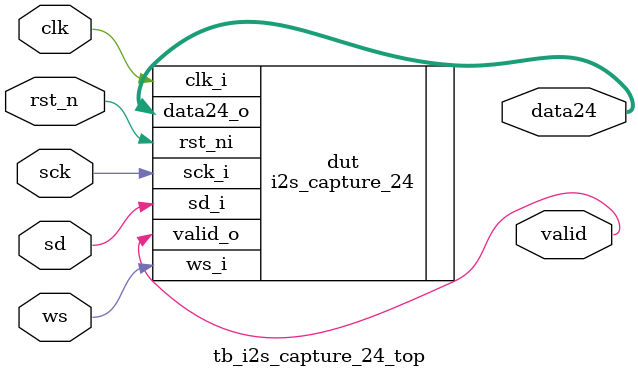
<source format=sv>

module tb_i2s_capture_24_top (
    input  logic        clk,
    input  logic        rst_n,
    input  logic        sck,
    input  logic        ws,
    input  logic        sd,
    output logic [23:0] data24,
    output logic        valid
);

    i2s_capture_24 #(
        .CAPTURE_LEFT(1'b1)
    ) dut (
        .clk_i    (clk),
        .rst_ni   (rst_n),
        .sck_i    (sck),
        .ws_i     (ws),
        .sd_i     (sd),
        .data24_o (data24),
        .valid_o  (valid)
    );

endmodule

</source>
